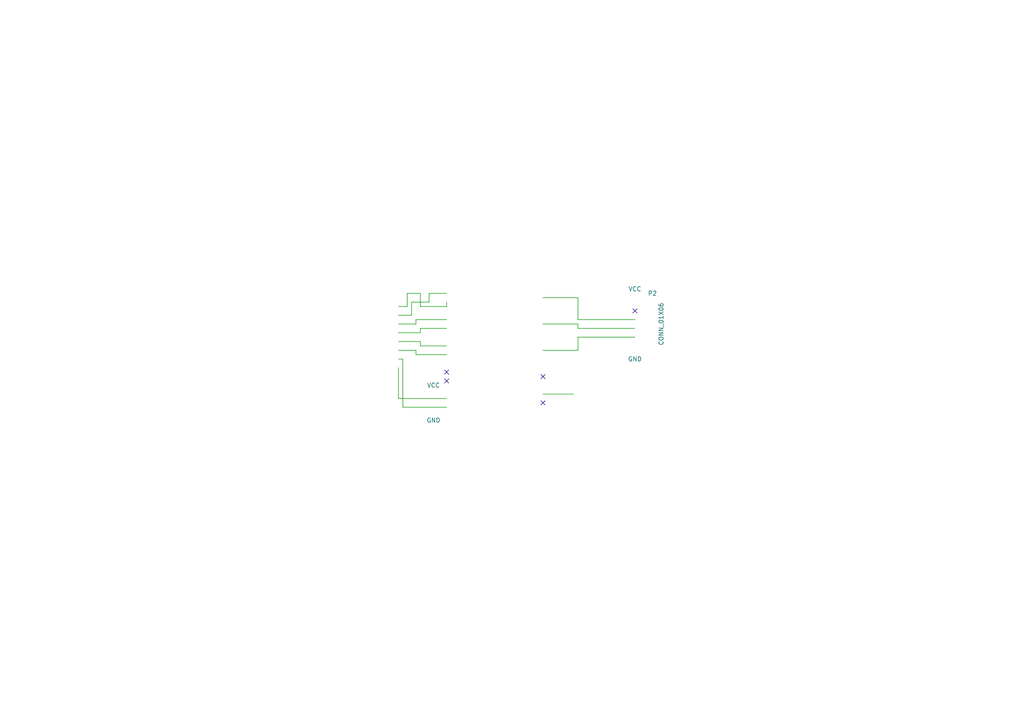
<source format=kicad_sch>
(kicad_sch (version 20230121) (generator eeschema)
  (paper "A4")
  (lib_symbols)
  (no_connect (at 157.48 116.84))
  (no_connect (at 129.54 110.49))
  (no_connect (at 129.54 107.95))
  (no_connect (at 184.15 90.17))
  (no_connect (at 157.48 109.22))
  (wire (pts (xy 120.65 93.98) (xy 115.57 93.98)))
  (wire (pts (xy 121.92 99.06) (xy 115.57 99.06)))
  (wire (pts (xy 167.64 95.25) (xy 184.15 95.25)))
  (wire (pts (xy 129.54 102.87) (xy 120.65 102.87)))
  (wire (pts (xy 167.64 92.71) (xy 184.15 92.71)))
  (wire (pts (xy 129.54 95.25) (xy 121.92 95.25)))
  (wire (pts (xy 116.84 118.11) (xy 129.54 118.11)))
  (wire (pts (xy 129.54 100.33) (xy 121.92 100.33)))
  (wire (pts (xy 121.92 96.52) (xy 115.57 96.52)))
  (wire (pts (xy 115.57 115.57) (xy 115.57 106.68)))
  (wire (pts (xy 121.92 88.9) (xy 129.54 88.9)))
  (wire (pts (xy 157.48 93.98) (xy 167.64 93.98)))
  (wire (pts (xy 157.48 114.3) (xy 166.37 114.3)))
  (wire (pts (xy 120.65 92.71) (xy 120.65 93.98)))
  (wire (pts (xy 157.48 101.6) (xy 167.64 101.6)))
  (wire (pts (xy 157.48 86.36) (xy 167.64 86.36)))
  (wire (pts (xy 124.46 85.09) (xy 129.54 85.09)))
  (wire (pts (xy 167.64 101.6) (xy 167.64 97.79)))
  (wire (pts (xy 121.92 95.25) (xy 121.92 96.52)))
  (wire (pts (xy 119.38 87.63) (xy 119.38 91.44)))
  (wire (pts (xy 115.57 115.57) (xy 129.54 115.57)))
  (wire (pts (xy 118.11 85.09) (xy 118.11 88.9)))
  (wire (pts (xy 118.11 88.9) (xy 115.57 88.9)))
  (wire (pts (xy 120.65 101.6) (xy 115.57 101.6)))
  (wire (pts (xy 129.54 92.71) (xy 120.65 92.71)))
  (wire (pts (xy 124.46 87.63) (xy 124.46 85.09)))
  (wire (pts (xy 116.84 118.11) (xy 116.84 104.14)))
  (wire (pts (xy 167.64 93.98) (xy 167.64 95.25)))
  (wire (pts (xy 120.65 102.87) (xy 120.65 101.6)))
  (wire (pts (xy 167.64 97.79) (xy 184.15 97.79)))
  (wire (pts (xy 121.92 85.09) (xy 121.92 88.9)))
  (wire (pts (xy 167.64 86.36) (xy 167.64 92.71)))
  (wire (pts (xy 119.38 91.44) (xy 115.57 91.44)))
  (wire (pts (xy 118.11 85.09) (xy 121.92 85.09)))
  (wire (pts (xy 129.54 88.9) (xy 129.54 87.63)))
  (wire (pts (xy 121.92 100.33) (xy 121.92 99.06)))
  (wire (pts (xy 119.38 87.63) (xy 124.46 87.63)))
  (wire (pts (xy 116.84 104.14) (xy 115.57 104.14)))
  (symbol (lib_id "AM26LS32ACDR") (at 143.51 93.98 0) (unit 1)
    (property "Reference" "U1" (at 143.51 78.74 0) (effects (font (size 1.524 1.524))))
    (property "Value" "AM26LS32ACDR" (at 143.51 81.28 0) (effects (font (size 1.524 1.524))))
    (property "Footprint" "Housings_SOIC:SOIC-16_3.9x9.9mm_Pitch1.27mm" (effects hide))
  )
  (symbol (lib_id "CONN_01X06") (at 189.23 93.98 0) (unit 1)
    (property "Reference" "P2" (at 189.23 85.09 0))
    (property "Value" "CONN_01X06" (at 191.77 93.98 90))
    (property "Footprint" "NQBit:CONN_PH_1x6_TOP_SMT" (effects hide))
  )
  (symbol (lib_id "CONN_01X08") (at 110.49 97.79 180) (unit 1)
    (property "Reference" "P1" (at 110.49 109.22 0))
    (property "Value" "CONN_01X08" (at 107.95 97.79 90))
    (property "Footprint" "NQBit:GH_1x8_TOP" (effects hide))
  )
  (symbol (lib_id "GND") (at 184.15 100.33 0) (unit 1)
    (property "Reference" "#PWR01" (effects hide))
    (property "Value" "GND" (at 184.15 104.14 0))
  )
  (symbol (lib_id "VCC") (at 184.15 87.63 0) (unit 1)
    (property "Reference" "#PWR02" (effects hide))
    (property "Value" "VCC" (at 184.15 83.82 0))
  )
  (symbol (lib_id "VCC") (at 166.37 114.3 0) (unit 1)
    (property "Reference" "#PWR03" (effects hide))
    (property "Value" "VCC" (at 166.37 110.49 0))
  )
  (symbol (lib_id "VCC") (at 125.73 115.57 0) (unit 1)
    (property "Reference" "#PWR04" (effects hide))
    (property "Value" "VCC" (at 125.73 111.76 0))
  )
  (symbol (lib_id "GND") (at 125.73 118.11 0) (unit 1)
    (property "Reference" "#PWR05" (effects hide))
    (property "Value" "GND" (at 125.73 121.92 0))
  )
)
</source>
